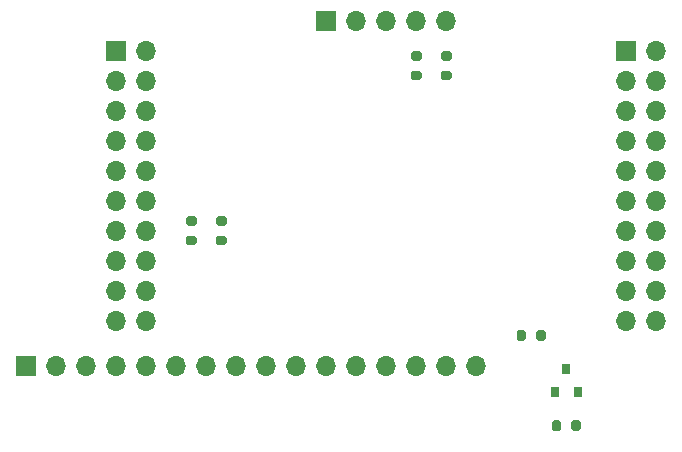
<source format=gbr>
G04 #@! TF.GenerationSoftware,KiCad,Pcbnew,5.1.10*
G04 #@! TF.CreationDate,2021-08-11T21:54:59-06:00*
G04 #@! TF.ProjectId,Speedometer-Top,53706565-646f-46d6-9574-65722d546f70,rev?*
G04 #@! TF.SameCoordinates,Original*
G04 #@! TF.FileFunction,Soldermask,Top*
G04 #@! TF.FilePolarity,Negative*
%FSLAX46Y46*%
G04 Gerber Fmt 4.6, Leading zero omitted, Abs format (unit mm)*
G04 Created by KiCad (PCBNEW 5.1.10) date 2021-08-11 21:54:59*
%MOMM*%
%LPD*%
G01*
G04 APERTURE LIST*
%ADD10O,1.700000X1.700000*%
%ADD11R,1.700000X1.700000*%
%ADD12R,0.800000X0.900000*%
G04 APERTURE END LIST*
D10*
G04 #@! TO.C,U2*
X53340000Y-17780000D03*
X50800000Y-17780000D03*
X48260000Y-17780000D03*
X45720000Y-17780000D03*
D11*
X43180000Y-17780000D03*
G04 #@! TD*
G04 #@! TO.C,R6*
G36*
G01*
X53065000Y-22015000D02*
X53615000Y-22015000D01*
G75*
G02*
X53815000Y-22215000I0J-200000D01*
G01*
X53815000Y-22615000D01*
G75*
G02*
X53615000Y-22815000I-200000J0D01*
G01*
X53065000Y-22815000D01*
G75*
G02*
X52865000Y-22615000I0J200000D01*
G01*
X52865000Y-22215000D01*
G75*
G02*
X53065000Y-22015000I200000J0D01*
G01*
G37*
G36*
G01*
X53065000Y-20365000D02*
X53615000Y-20365000D01*
G75*
G02*
X53815000Y-20565000I0J-200000D01*
G01*
X53815000Y-20965000D01*
G75*
G02*
X53615000Y-21165000I-200000J0D01*
G01*
X53065000Y-21165000D01*
G75*
G02*
X52865000Y-20965000I0J200000D01*
G01*
X52865000Y-20565000D01*
G75*
G02*
X53065000Y-20365000I200000J0D01*
G01*
G37*
G04 #@! TD*
G04 #@! TO.C,R5*
G36*
G01*
X50525000Y-22015000D02*
X51075000Y-22015000D01*
G75*
G02*
X51275000Y-22215000I0J-200000D01*
G01*
X51275000Y-22615000D01*
G75*
G02*
X51075000Y-22815000I-200000J0D01*
G01*
X50525000Y-22815000D01*
G75*
G02*
X50325000Y-22615000I0J200000D01*
G01*
X50325000Y-22215000D01*
G75*
G02*
X50525000Y-22015000I200000J0D01*
G01*
G37*
G36*
G01*
X50525000Y-20365000D02*
X51075000Y-20365000D01*
G75*
G02*
X51275000Y-20565000I0J-200000D01*
G01*
X51275000Y-20965000D01*
G75*
G02*
X51075000Y-21165000I-200000J0D01*
G01*
X50525000Y-21165000D01*
G75*
G02*
X50325000Y-20965000I0J200000D01*
G01*
X50325000Y-20565000D01*
G75*
G02*
X50525000Y-20365000I200000J0D01*
G01*
G37*
G04 #@! TD*
D10*
G04 #@! TO.C,J1*
X27940000Y-43180000D03*
X25400000Y-43180000D03*
X27940000Y-40640000D03*
X25400000Y-40640000D03*
X27940000Y-38100000D03*
X25400000Y-38100000D03*
X27940000Y-35560000D03*
X25400000Y-35560000D03*
X27940000Y-33020000D03*
X25400000Y-33020000D03*
X27940000Y-30480000D03*
X25400000Y-30480000D03*
X27940000Y-27940000D03*
X25400000Y-27940000D03*
X27940000Y-25400000D03*
X25400000Y-25400000D03*
X27940000Y-22860000D03*
X25400000Y-22860000D03*
X27940000Y-20320000D03*
D11*
X25400000Y-20320000D03*
G04 #@! TD*
D10*
G04 #@! TO.C,U1*
X55880000Y-46990000D03*
X53340000Y-46990000D03*
X50800000Y-46990000D03*
X48260000Y-46990000D03*
X45720000Y-46990000D03*
X43180000Y-46990000D03*
X40640000Y-46990000D03*
X38100000Y-46990000D03*
X35560000Y-46990000D03*
X33020000Y-46990000D03*
X30480000Y-46990000D03*
X27940000Y-46990000D03*
X25400000Y-46990000D03*
X22860000Y-46990000D03*
X20320000Y-46990000D03*
D11*
X17780000Y-46990000D03*
G04 #@! TD*
G04 #@! TO.C,R4*
G36*
G01*
X63075000Y-51795000D02*
X63075000Y-52345000D01*
G75*
G02*
X62875000Y-52545000I-200000J0D01*
G01*
X62475000Y-52545000D01*
G75*
G02*
X62275000Y-52345000I0J200000D01*
G01*
X62275000Y-51795000D01*
G75*
G02*
X62475000Y-51595000I200000J0D01*
G01*
X62875000Y-51595000D01*
G75*
G02*
X63075000Y-51795000I0J-200000D01*
G01*
G37*
G36*
G01*
X64725000Y-51795000D02*
X64725000Y-52345000D01*
G75*
G02*
X64525000Y-52545000I-200000J0D01*
G01*
X64125000Y-52545000D01*
G75*
G02*
X63925000Y-52345000I0J200000D01*
G01*
X63925000Y-51795000D01*
G75*
G02*
X64125000Y-51595000I200000J0D01*
G01*
X64525000Y-51595000D01*
G75*
G02*
X64725000Y-51795000I0J-200000D01*
G01*
G37*
G04 #@! TD*
G04 #@! TO.C,R3*
G36*
G01*
X60940000Y-44725000D02*
X60940000Y-44175000D01*
G75*
G02*
X61140000Y-43975000I200000J0D01*
G01*
X61540000Y-43975000D01*
G75*
G02*
X61740000Y-44175000I0J-200000D01*
G01*
X61740000Y-44725000D01*
G75*
G02*
X61540000Y-44925000I-200000J0D01*
G01*
X61140000Y-44925000D01*
G75*
G02*
X60940000Y-44725000I0J200000D01*
G01*
G37*
G36*
G01*
X59290000Y-44725000D02*
X59290000Y-44175000D01*
G75*
G02*
X59490000Y-43975000I200000J0D01*
G01*
X59890000Y-43975000D01*
G75*
G02*
X60090000Y-44175000I0J-200000D01*
G01*
X60090000Y-44725000D01*
G75*
G02*
X59890000Y-44925000I-200000J0D01*
G01*
X59490000Y-44925000D01*
G75*
G02*
X59290000Y-44725000I0J200000D01*
G01*
G37*
G04 #@! TD*
G04 #@! TO.C,R2*
G36*
G01*
X34015000Y-35985000D02*
X34565000Y-35985000D01*
G75*
G02*
X34765000Y-36185000I0J-200000D01*
G01*
X34765000Y-36585000D01*
G75*
G02*
X34565000Y-36785000I-200000J0D01*
G01*
X34015000Y-36785000D01*
G75*
G02*
X33815000Y-36585000I0J200000D01*
G01*
X33815000Y-36185000D01*
G75*
G02*
X34015000Y-35985000I200000J0D01*
G01*
G37*
G36*
G01*
X34015000Y-34335000D02*
X34565000Y-34335000D01*
G75*
G02*
X34765000Y-34535000I0J-200000D01*
G01*
X34765000Y-34935000D01*
G75*
G02*
X34565000Y-35135000I-200000J0D01*
G01*
X34015000Y-35135000D01*
G75*
G02*
X33815000Y-34935000I0J200000D01*
G01*
X33815000Y-34535000D01*
G75*
G02*
X34015000Y-34335000I200000J0D01*
G01*
G37*
G04 #@! TD*
G04 #@! TO.C,R1*
G36*
G01*
X32025000Y-35135000D02*
X31475000Y-35135000D01*
G75*
G02*
X31275000Y-34935000I0J200000D01*
G01*
X31275000Y-34535000D01*
G75*
G02*
X31475000Y-34335000I200000J0D01*
G01*
X32025000Y-34335000D01*
G75*
G02*
X32225000Y-34535000I0J-200000D01*
G01*
X32225000Y-34935000D01*
G75*
G02*
X32025000Y-35135000I-200000J0D01*
G01*
G37*
G36*
G01*
X32025000Y-36785000D02*
X31475000Y-36785000D01*
G75*
G02*
X31275000Y-36585000I0J200000D01*
G01*
X31275000Y-36185000D01*
G75*
G02*
X31475000Y-35985000I200000J0D01*
G01*
X32025000Y-35985000D01*
G75*
G02*
X32225000Y-36185000I0J-200000D01*
G01*
X32225000Y-36585000D01*
G75*
G02*
X32025000Y-36785000I-200000J0D01*
G01*
G37*
G04 #@! TD*
D12*
G04 #@! TO.C,Q1*
X63500000Y-47260000D03*
X64450000Y-49260000D03*
X62550000Y-49260000D03*
G04 #@! TD*
D10*
G04 #@! TO.C,J2*
X71120000Y-43180000D03*
X68580000Y-43180000D03*
X71120000Y-40640000D03*
X68580000Y-40640000D03*
X71120000Y-38100000D03*
X68580000Y-38100000D03*
X71120000Y-35560000D03*
X68580000Y-35560000D03*
X71120000Y-33020000D03*
X68580000Y-33020000D03*
X71120000Y-30480000D03*
X68580000Y-30480000D03*
X71120000Y-27940000D03*
X68580000Y-27940000D03*
X71120000Y-25400000D03*
X68580000Y-25400000D03*
X71120000Y-22860000D03*
X68580000Y-22860000D03*
X71120000Y-20320000D03*
D11*
X68580000Y-20320000D03*
G04 #@! TD*
M02*

</source>
